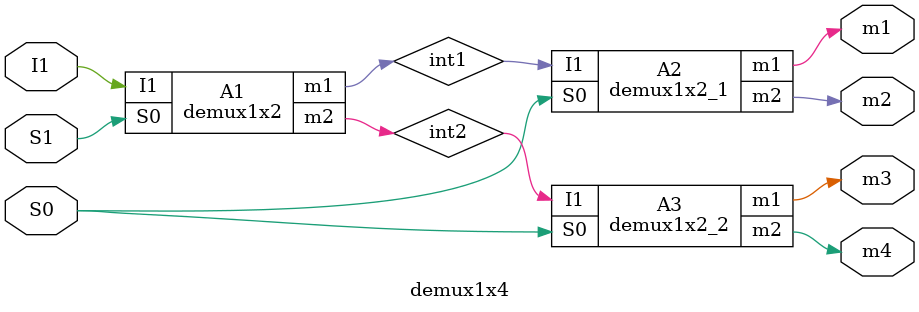
<source format=v>


// Verification Directory fv/demux1x4 

module demux1x2(I1, S0, m1, m2);
  input I1, S0;
  output m1, m2;
  wire I1, S0;
  wire m1, m2;
  NOR2BXL g17(.AN (I1), .B (S0), .Y (m1));
  AND2X1 g18(.A (S0), .B (I1), .Y (m2));
endmodule

module demux1x2_1(I1, S0, m1, m2);
  input I1, S0;
  output m1, m2;
  wire I1, S0;
  wire m1, m2;
  NOR2BXL g17(.AN (I1), .B (S0), .Y (m1));
  AND2XL g18(.A (S0), .B (I1), .Y (m2));
endmodule

module demux1x2_2(I1, S0, m1, m2);
  input I1, S0;
  output m1, m2;
  wire I1, S0;
  wire m1, m2;
  NOR2BXL g17(.AN (I1), .B (S0), .Y (m1));
  AND2XL g18(.A (S0), .B (I1), .Y (m2));
endmodule

module demux1x4(I1, S1, S0, m1, m2, m3, m4);
  input I1, S1, S0;
  output m1, m2, m3, m4;
  wire I1, S1, S0;
  wire m1, m2, m3, m4;
  wire int1, int2;
  demux1x2 A1(I1, S1, int1, int2);
  demux1x2_1 A2(int1, S0, m1, m2);
  demux1x2_2 A3(int2, S0, m3, m4);
endmodule


</source>
